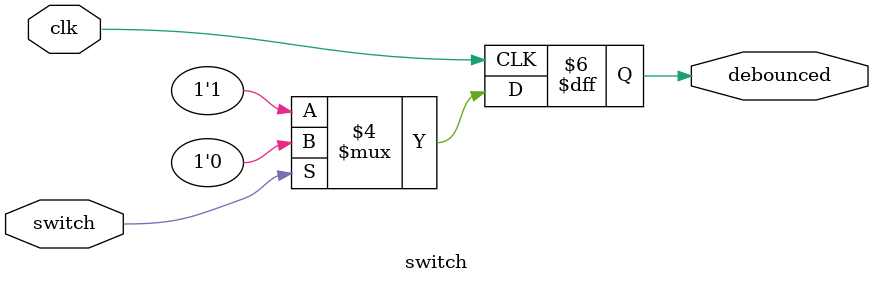
<source format=v>
/*
    Module sử lý tín hiệu nút gạt
*/

module switch (
    input clk,
    input switch,
    output reg debounced
);

    always @(posedge clk) begin
        if (switch == 1'b0) begin
            debounced <= 1'b1;
        end else begin
            debounced <= 1'b0;
        end
    end
endmodule
</source>
